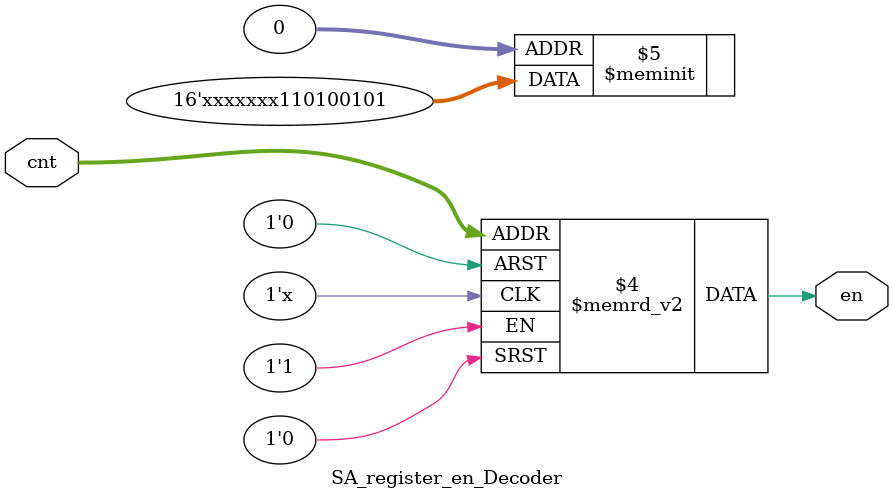
<source format=v>
module SA_register_en_Decoder(
    input [3:0] cnt,
    output reg en
);
    always @(*) begin
        case(cnt)
            4'b0000 : en = 1'b1;
            4'b0001 : en = 1'b0;
            4'b0010 : en = 1'b1;
            4'b0011 : en = 1'b0;
            4'b0100 : en = 1'b0;
            4'b0101 : en = 1'b1;
            4'b0110 : en = 1'b0;
            4'b0111 : en = 1'b1;
            4'b1000 : en = 1'b1;
        endcase
    end
    // en = -000 + 01-1 + 00-0;
endmodule
</source>
